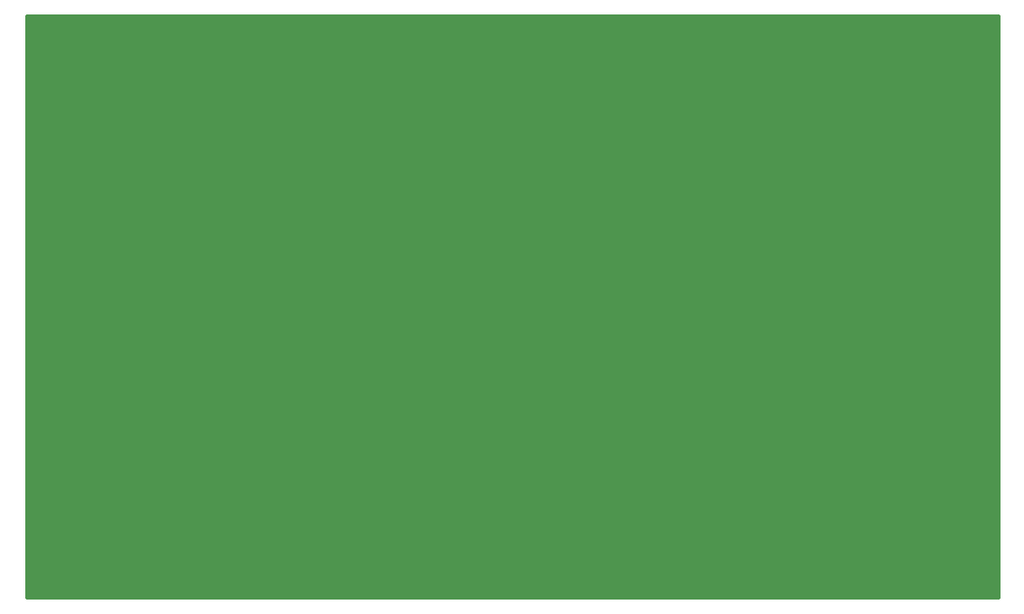
<source format=gbr>
%TF.GenerationSoftware,KiCad,Pcbnew,(5.1.6)-1*%
%TF.CreationDate,2020-10-24T12:20:44-07:00*%
%TF.ProjectId,Joystick_Follower_Hat,4a6f7973-7469-4636-9b5f-466f6c6c6f77,A*%
%TF.SameCoordinates,Original*%
%TF.FileFunction,Profile,NP*%
%FSLAX46Y46*%
G04 Gerber Fmt 4.6, Leading zero omitted, Abs format (unit mm)*
G04 Created by KiCad (PCBNEW (5.1.6)-1) date 2020-10-24 12:20:44*
%MOMM*%
%LPD*%
G01*
G04 APERTURE LIST*
%ADD10C,0.254000*%
G04 APERTURE END LIST*
D10*
G36*
X208153000Y-135509000D02*
G01*
X116967000Y-135509000D01*
X116967000Y-80899000D01*
X208153000Y-80899000D01*
X208153000Y-135509000D01*
G37*
X208153000Y-135509000D02*
X116967000Y-135509000D01*
X116967000Y-80899000D01*
X208153000Y-80899000D01*
X208153000Y-135509000D01*
M02*

</source>
